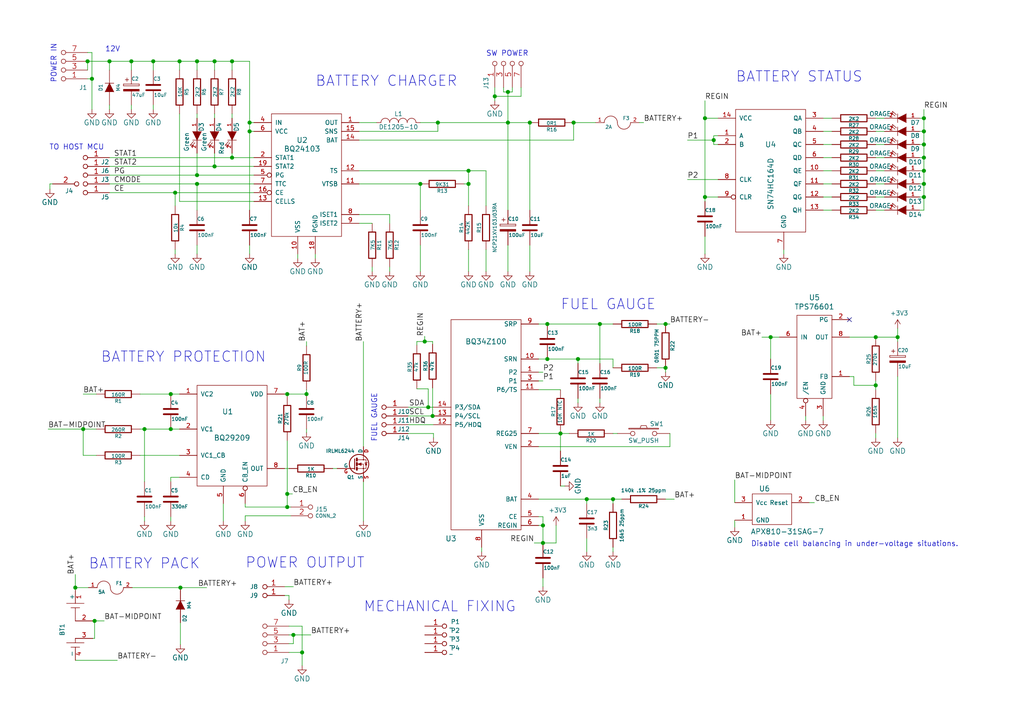
<source format=kicad_sch>
(kicad_sch (version 20210406) (generator eeschema)
  (paper "A4")
  (title_block (title "Li-ion battery managment") (date "2021-06-02") (rev "D") (company "jacho <jacho@mlab.cz>") (comment 1 "Battery power supply"))
  (junction (at 21.844 170.434) (diameter 1.016))
  (junction (at 24.13 124.46) (diameter 1.016))
  (junction (at 25.4 17.78) (diameter 1.016))
  (junction (at 26.67 22.86) (diameter 1.016))
  (junction (at 27.432 180.086) (diameter 1.016))
  (junction (at 31.75 17.78) (diameter 1.016))
  (junction (at 38.1 17.78) (diameter 1.016))
  (junction (at 41.91 124.46) (diameter 1.016))
  (junction (at 44.45 17.78) (diameter 1.016))
  (junction (at 49.53 114.3) (diameter 1.016))
  (junction (at 49.53 124.46) (diameter 1.016))
  (junction (at 50.8 55.88) (diameter 1.016))
  (junction (at 52.07 17.78) (diameter 1.016))
  (junction (at 52.324 170.434) (diameter 1.016))
  (junction (at 57.15 17.78) (diameter 1.016))
  (junction (at 57.15 50.8) (diameter 1.016))
  (junction (at 57.15 53.34) (diameter 1.016))
  (junction (at 62.23 17.78) (diameter 1.016))
  (junction (at 62.23 48.26) (diameter 1.016))
  (junction (at 67.31 17.78) (diameter 1.016))
  (junction (at 67.31 45.72) (diameter 1.016))
  (junction (at 72.39 35.56) (diameter 1.016))
  (junction (at 72.39 38.1) (diameter 1.016))
  (junction (at 83.312 114.3) (diameter 1.016))
  (junction (at 83.312 143.256) (diameter 1.016))
  (junction (at 83.312 147.066) (diameter 1.016))
  (junction (at 85.09 184.15) (diameter 1.016))
  (junction (at 87.63 189.23) (diameter 1.016))
  (junction (at 88.9 114.3) (diameter 1.016))
  (junction (at 121.92 53.34) (diameter 1.016))
  (junction (at 123.19 99.06) (diameter 1.016))
  (junction (at 124.206 118.11) (diameter 1.016))
  (junction (at 125.476 120.65) (diameter 1.016))
  (junction (at 127 35.56) (diameter 1.016))
  (junction (at 135.89 49.53) (diameter 1.016))
  (junction (at 135.89 53.34) (diameter 1.016))
  (junction (at 143.51 27.94) (diameter 1.016))
  (junction (at 147.32 26.67) (diameter 1.016))
  (junction (at 147.32 35.56) (diameter 1.016))
  (junction (at 153.67 35.56) (diameter 1.016))
  (junction (at 157.48 152.4) (diameter 1.016))
  (junction (at 157.48 157.48) (diameter 1.016))
  (junction (at 158.75 93.98) (diameter 1.016))
  (junction (at 158.75 104.14) (diameter 1.016))
  (junction (at 162.56 125.73) (diameter 1.016))
  (junction (at 166.37 35.56) (diameter 1.016))
  (junction (at 167.64 104.14) (diameter 1.016))
  (junction (at 170.18 144.78) (diameter 1.016))
  (junction (at 173.99 93.98) (diameter 1.016))
  (junction (at 177.8 144.78) (diameter 1.016))
  (junction (at 193.04 93.98) (diameter 1.016))
  (junction (at 193.04 106.68) (diameter 1.016))
  (junction (at 204.47 34.29) (diameter 1.016))
  (junction (at 204.47 57.15) (diameter 1.016))
  (junction (at 207.01 40.64) (diameter 1.016))
  (junction (at 223.52 97.79) (diameter 1.016))
  (junction (at 254 97.79) (diameter 1.016))
  (junction (at 254 111.76) (diameter 1.016))
  (junction (at 260.35 97.79) (diameter 1.016))
  (junction (at 267.97 34.29) (diameter 1.016))
  (junction (at 267.97 38.1) (diameter 1.016))
  (junction (at 267.97 41.91) (diameter 1.016))
  (junction (at 267.97 45.72) (diameter 1.016))
  (junction (at 267.97 49.53) (diameter 1.016))
  (junction (at 267.97 53.34) (diameter 1.016))
  (junction (at 267.97 57.15) (diameter 1.016))
  (no_connect (at 246.38 92.71))
  (wire (pts (xy 13.97 124.46) (xy 24.13 124.46)))
  (wire (pts (xy 14.478 53.34) (xy 14.478 54.864)))
  (wire (pts (xy 15.24 53.34) (xy 14.478 53.34)))
  (wire (pts (xy 21.844 166.624) (xy 21.844 170.434)))
  (wire (pts (xy 21.844 170.434) (xy 21.844 171.196)))
  (wire (pts (xy 21.844 191.516) (xy 34.036 191.516)))
  (wire (pts (xy 24.13 124.46) (xy 27.94 124.46)))
  (wire (pts (xy 24.13 132.08) (xy 24.13 124.46)))
  (wire (pts (xy 24.13 132.08) (xy 27.94 132.08)))
  (wire (pts (xy 25.4 17.78) (xy 31.75 17.78)))
  (wire (pts (xy 25.4 20.32) (xy 25.4 17.78)))
  (wire (pts (xy 25.4 22.86) (xy 26.67 22.86)))
  (wire (pts (xy 25.654 170.434) (xy 21.844 170.434)))
  (wire (pts (xy 26.67 15.24) (xy 25.4 15.24)))
  (wire (pts (xy 26.67 15.24) (xy 26.67 22.86)))
  (wire (pts (xy 26.67 22.86) (xy 26.67 31.75)))
  (wire (pts (xy 26.924 180.086) (xy 27.432 180.086)))
  (wire (pts (xy 26.924 185.166) (xy 27.432 185.166)))
  (wire (pts (xy 27.432 180.086) (xy 30.226 180.086)))
  (wire (pts (xy 27.432 185.166) (xy 27.432 180.086)))
  (wire (pts (xy 27.94 114.3) (xy 24.13 114.3)))
  (wire (pts (xy 31.75 17.78) (xy 38.1 17.78)))
  (wire (pts (xy 31.75 20.32) (xy 31.75 17.78)))
  (wire (pts (xy 31.75 31.75) (xy 31.75 30.48)))
  (wire (pts (xy 31.75 45.72) (xy 67.31 45.72)))
  (wire (pts (xy 31.75 48.26) (xy 62.23 48.26)))
  (wire (pts (xy 31.75 50.8) (xy 57.15 50.8)))
  (wire (pts (xy 31.75 53.34) (xy 57.15 53.34)))
  (wire (pts (xy 31.75 55.88) (xy 50.8 55.88)))
  (wire (pts (xy 38.1 17.78) (xy 44.45 17.78)))
  (wire (pts (xy 38.1 20.32) (xy 38.1 17.78)))
  (wire (pts (xy 38.1 31.75) (xy 38.1 30.48)))
  (wire (pts (xy 38.354 170.434) (xy 52.324 170.434)))
  (wire (pts (xy 40.64 114.3) (xy 49.53 114.3)))
  (wire (pts (xy 40.64 124.46) (xy 41.91 124.46)))
  (wire (pts (xy 40.64 132.08) (xy 52.07 132.08)))
  (wire (pts (xy 41.91 124.46) (xy 49.53 124.46)))
  (wire (pts (xy 41.91 139.7) (xy 41.91 124.46)))
  (wire (pts (xy 41.91 151.13) (xy 41.91 149.86)))
  (wire (pts (xy 44.45 17.78) (xy 52.07 17.78)))
  (wire (pts (xy 44.45 20.32) (xy 44.45 17.78)))
  (wire (pts (xy 44.45 31.75) (xy 44.45 30.48)))
  (wire (pts (xy 49.53 114.3) (xy 52.07 114.3)))
  (wire (pts (xy 49.53 124.46) (xy 52.07 124.46)))
  (wire (pts (xy 49.53 138.43) (xy 52.07 138.43)))
  (wire (pts (xy 49.53 139.7) (xy 49.53 138.43)))
  (wire (pts (xy 49.53 151.13) (xy 49.53 149.86)))
  (wire (pts (xy 50.8 55.88) (xy 73.66 55.88)))
  (wire (pts (xy 50.8 59.69) (xy 50.8 55.88)))
  (wire (pts (xy 50.8 72.39) (xy 50.8 73.66)))
  (wire (pts (xy 52.07 17.78) (xy 57.15 17.78)))
  (wire (pts (xy 52.07 20.32) (xy 52.07 17.78)))
  (wire (pts (xy 52.07 33.02) (xy 52.07 58.42)))
  (wire (pts (xy 52.07 58.42) (xy 73.66 58.42)))
  (wire (pts (xy 52.324 170.434) (xy 59.944 170.434)))
  (wire (pts (xy 52.324 186.944) (xy 52.324 180.594)))
  (wire (pts (xy 57.15 17.78) (xy 62.23 17.78)))
  (wire (pts (xy 57.15 20.32) (xy 57.15 17.78)))
  (wire (pts (xy 57.15 34.29) (xy 57.15 33.02)))
  (wire (pts (xy 57.15 50.8) (xy 57.15 44.45)))
  (wire (pts (xy 57.15 50.8) (xy 73.66 50.8)))
  (wire (pts (xy 57.15 53.34) (xy 57.15 60.96)))
  (wire (pts (xy 57.15 53.34) (xy 73.66 53.34)))
  (wire (pts (xy 57.15 73.66) (xy 57.15 71.12)))
  (wire (pts (xy 62.23 17.78) (xy 67.31 17.78)))
  (wire (pts (xy 62.23 20.32) (xy 62.23 17.78)))
  (wire (pts (xy 62.23 34.29) (xy 62.23 33.02)))
  (wire (pts (xy 62.23 48.26) (xy 62.23 44.45)))
  (wire (pts (xy 62.23 48.26) (xy 73.66 48.26)))
  (wire (pts (xy 64.77 151.13) (xy 64.77 146.05)))
  (wire (pts (xy 67.31 17.78) (xy 72.39 17.78)))
  (wire (pts (xy 67.31 20.32) (xy 67.31 17.78)))
  (wire (pts (xy 67.31 34.29) (xy 67.31 33.02)))
  (wire (pts (xy 67.31 45.72) (xy 67.31 44.45)))
  (wire (pts (xy 67.31 45.72) (xy 73.66 45.72)))
  (wire (pts (xy 71.12 147.066) (xy 71.12 146.05)))
  (wire (pts (xy 71.12 147.066) (xy 83.312 147.066)))
  (wire (pts (xy 71.12 149.606) (xy 84.328 149.606)))
  (wire (pts (xy 71.12 151.13) (xy 71.12 149.606)))
  (wire (pts (xy 72.39 17.78) (xy 72.39 35.56)))
  (wire (pts (xy 72.39 35.56) (xy 72.39 38.1)))
  (wire (pts (xy 72.39 38.1) (xy 73.66 38.1)))
  (wire (pts (xy 72.39 60.96) (xy 72.39 38.1)))
  (wire (pts (xy 72.39 73.66) (xy 72.39 71.12)))
  (wire (pts (xy 73.66 35.56) (xy 72.39 35.56)))
  (wire (pts (xy 82.55 114.3) (xy 83.312 114.3)))
  (wire (pts (xy 82.55 135.89) (xy 83.82 135.89)))
  (wire (pts (xy 82.55 170.18) (xy 85.09 170.18)))
  (wire (pts (xy 82.55 172.72) (xy 83.82 172.72)))
  (wire (pts (xy 83.312 114.3) (xy 88.9 114.3)))
  (wire (pts (xy 83.312 115.062) (xy 83.312 114.3)))
  (wire (pts (xy 83.312 143.256) (xy 83.312 127.762)))
  (wire (pts (xy 83.312 143.256) (xy 84.836 143.256)))
  (wire (pts (xy 83.312 147.066) (xy 83.312 143.256)))
  (wire (pts (xy 83.312 147.066) (xy 84.328 147.066)))
  (wire (pts (xy 83.82 172.72) (xy 83.82 173.99)))
  (wire (pts (xy 83.82 181.61) (xy 87.63 181.61)))
  (wire (pts (xy 83.82 184.15) (xy 85.09 184.15)))
  (wire (pts (xy 83.82 186.69) (xy 85.09 186.69)))
  (wire (pts (xy 83.82 189.23) (xy 87.63 189.23)))
  (wire (pts (xy 85.09 184.15) (xy 90.17 184.15)))
  (wire (pts (xy 85.09 186.69) (xy 85.09 184.15)))
  (wire (pts (xy 86.36 74.93) (xy 86.36 73.66)))
  (wire (pts (xy 87.63 181.61) (xy 87.63 189.23)))
  (wire (pts (xy 87.63 189.23) (xy 87.63 193.04)))
  (wire (pts (xy 88.9 100.33) (xy 88.9 99.06)))
  (wire (pts (xy 88.9 114.3) (xy 88.9 113.03)))
  (wire (pts (xy 88.9 125.476) (xy 88.9 124.46)))
  (wire (pts (xy 91.44 74.93) (xy 91.44 73.66)))
  (wire (pts (xy 96.52 135.89) (xy 97.79 135.89)))
  (wire (pts (xy 104.14 35.56) (xy 109.22 35.56)))
  (wire (pts (xy 104.14 38.1) (xy 127 38.1)))
  (wire (pts (xy 104.14 40.64) (xy 166.37 40.64)))
  (wire (pts (xy 104.14 49.53) (xy 135.89 49.53)))
  (wire (pts (xy 104.14 62.23) (xy 113.03 62.23)))
  (wire (pts (xy 104.14 64.77) (xy 107.95 64.77)))
  (wire (pts (xy 105.41 129.54) (xy 105.41 99.06)))
  (wire (pts (xy 105.41 151.13) (xy 105.41 139.7)))
  (wire (pts (xy 107.95 78.74) (xy 107.95 77.47)))
  (wire (pts (xy 113.03 62.23) (xy 113.03 64.77)))
  (wire (pts (xy 113.03 78.74) (xy 113.03 77.47)))
  (wire (pts (xy 118.364 118.11) (xy 124.206 118.11)))
  (wire (pts (xy 118.364 120.65) (xy 125.476 120.65)))
  (wire (pts (xy 118.364 123.19) (xy 125.73 123.19)))
  (wire (pts (xy 118.364 125.73) (xy 125.73 125.73)))
  (wire (pts (xy 120.904 99.06) (xy 120.904 100.076)))
  (wire (pts (xy 120.904 99.06) (xy 123.19 99.06)))
  (wire (pts (xy 120.904 112.776) (xy 124.206 112.776)))
  (wire (pts (xy 121.92 53.34) (xy 104.14 53.34)))
  (wire (pts (xy 121.92 60.96) (xy 121.92 53.34)))
  (wire (pts (xy 121.92 78.74) (xy 121.92 71.12)))
  (wire (pts (xy 123.19 97.536) (xy 123.19 99.06)))
  (wire (pts (xy 123.19 99.06) (xy 125.476 99.06)))
  (wire (pts (xy 124.206 112.776) (xy 124.206 118.11)))
  (wire (pts (xy 124.206 118.11) (xy 125.73 118.11)))
  (wire (pts (xy 125.476 99.06) (xy 125.476 99.822)))
  (wire (pts (xy 125.476 112.522) (xy 125.476 120.65)))
  (wire (pts (xy 125.476 120.65) (xy 125.73 120.65)))
  (wire (pts (xy 125.73 125.73) (xy 125.73 127)))
  (wire (pts (xy 127 35.56) (xy 121.92 35.56)))
  (wire (pts (xy 127 38.1) (xy 127 35.56)))
  (wire (pts (xy 134.62 53.34) (xy 135.89 53.34)))
  (wire (pts (xy 135.89 49.53) (xy 135.89 53.34)))
  (wire (pts (xy 135.89 49.53) (xy 140.97 49.53)))
  (wire (pts (xy 135.89 53.34) (xy 135.89 59.69)))
  (wire (pts (xy 135.89 78.74) (xy 135.89 72.39)))
  (wire (pts (xy 139.7 160.02) (xy 139.7 158.75)))
  (wire (pts (xy 140.97 49.53) (xy 140.97 59.69)))
  (wire (pts (xy 140.97 78.74) (xy 140.97 72.39)))
  (wire (pts (xy 143.51 25.4) (xy 143.51 27.94)))
  (wire (pts (xy 143.51 27.94) (xy 143.51 29.21)))
  (wire (pts (xy 146.05 25.4) (xy 146.05 26.67)))
  (wire (pts (xy 146.05 26.67) (xy 147.32 26.67)))
  (wire (pts (xy 147.32 26.67) (xy 147.32 35.56)))
  (wire (pts (xy 147.32 26.67) (xy 148.59 26.67)))
  (wire (pts (xy 147.32 35.56) (xy 127 35.56)))
  (wire (pts (xy 147.32 35.56) (xy 147.32 60.96)))
  (wire (pts (xy 147.32 71.12) (xy 147.32 78.74)))
  (wire (pts (xy 148.59 26.67) (xy 148.59 25.4)))
  (wire (pts (xy 151.13 25.4) (xy 151.13 27.94)))
  (wire (pts (xy 151.13 27.94) (xy 143.51 27.94)))
  (wire (pts (xy 153.67 35.56) (xy 147.32 35.56)))
  (wire (pts (xy 153.67 60.96) (xy 153.67 35.56)))
  (wire (pts (xy 153.67 78.74) (xy 153.67 71.12)))
  (wire (pts (xy 154.94 157.48) (xy 157.48 157.48)))
  (wire (pts (xy 156.21 93.98) (xy 158.75 93.98)))
  (wire (pts (xy 156.21 104.14) (xy 158.75 104.14)))
  (wire (pts (xy 156.21 107.95) (xy 157.48 107.95)))
  (wire (pts (xy 156.21 110.49) (xy 157.48 110.49)))
  (wire (pts (xy 156.21 113.03) (xy 162.56 113.03)))
  (wire (pts (xy 156.21 125.73) (xy 162.56 125.73)))
  (wire (pts (xy 156.21 129.54) (xy 194.31 129.54)))
  (wire (pts (xy 156.21 144.78) (xy 170.18 144.78)))
  (wire (pts (xy 156.21 149.86) (xy 157.48 149.86)))
  (wire (pts (xy 156.21 152.4) (xy 157.48 152.4)))
  (wire (pts (xy 157.48 149.86) (xy 157.48 152.4)))
  (wire (pts (xy 157.48 152.4) (xy 157.48 157.48)))
  (wire (pts (xy 157.48 157.48) (xy 161.29 157.48)))
  (wire (pts (xy 157.48 170.18) (xy 157.48 167.64)))
  (wire (pts (xy 158.75 93.98) (xy 173.99 93.98)))
  (wire (pts (xy 158.75 104.14) (xy 167.64 104.14)))
  (wire (pts (xy 161.29 157.48) (xy 161.29 152.4)))
  (wire (pts (xy 162.56 125.73) (xy 165.1 125.73)))
  (wire (pts (xy 162.56 130.81) (xy 162.56 125.73)))
  (wire (pts (xy 162.56 140.97) (xy 163.83 140.97)))
  (wire (pts (xy 166.37 35.56) (xy 172.72 35.56)))
  (wire (pts (xy 166.37 40.64) (xy 166.37 35.56)))
  (wire (pts (xy 167.64 104.14) (xy 177.8 104.14)))
  (wire (pts (xy 167.64 105.41) (xy 167.64 104.14)))
  (wire (pts (xy 167.64 115.57) (xy 167.64 116.84)))
  (wire (pts (xy 170.18 144.78) (xy 177.8 144.78)))
  (wire (pts (xy 170.18 146.05) (xy 170.18 144.78)))
  (wire (pts (xy 170.18 160.02) (xy 170.18 156.21)))
  (wire (pts (xy 173.99 93.98) (xy 177.8 93.98)))
  (wire (pts (xy 173.99 105.41) (xy 173.99 93.98)))
  (wire (pts (xy 173.99 116.84) (xy 173.99 115.57)))
  (wire (pts (xy 177.8 104.14) (xy 177.8 106.68)))
  (wire (pts (xy 177.8 125.73) (xy 179.07 125.73)))
  (wire (pts (xy 177.8 144.78) (xy 180.34 144.78)))
  (wire (pts (xy 177.8 146.05) (xy 177.8 144.78)))
  (wire (pts (xy 177.8 160.02) (xy 177.8 158.75)))
  (wire (pts (xy 186.69 35.56) (xy 185.42 35.56)))
  (wire (pts (xy 190.5 93.98) (xy 193.04 93.98)))
  (wire (pts (xy 190.5 106.68) (xy 193.04 106.68)))
  (wire (pts (xy 193.04 93.98) (xy 194.31 93.98)))
  (wire (pts (xy 193.04 106.68) (xy 193.04 107.95)))
  (wire (pts (xy 193.04 144.78) (xy 195.58 144.78)))
  (wire (pts (xy 194.31 129.54) (xy 194.31 125.73)))
  (wire (pts (xy 204.47 29.21) (xy 204.47 34.29)))
  (wire (pts (xy 204.47 34.29) (xy 204.47 57.15)))
  (wire (pts (xy 204.47 57.15) (xy 204.47 58.42)))
  (wire (pts (xy 204.47 68.58) (xy 204.47 73.66)))
  (wire (pts (xy 207.01 39.37) (xy 208.28 39.37)))
  (wire (pts (xy 207.01 40.64) (xy 199.39 40.64)))
  (wire (pts (xy 207.01 40.64) (xy 207.01 39.37)))
  (wire (pts (xy 207.01 41.91) (xy 207.01 40.64)))
  (wire (pts (xy 208.28 34.29) (xy 204.47 34.29)))
  (wire (pts (xy 208.28 41.91) (xy 207.01 41.91)))
  (wire (pts (xy 208.28 52.07) (xy 199.39 52.07)))
  (wire (pts (xy 208.28 57.15) (xy 204.47 57.15)))
  (wire (pts (xy 213.106 145.796) (xy 213.106 139.192)))
  (wire (pts (xy 213.106 150.876) (xy 213.106 152.908)))
  (wire (pts (xy 223.52 97.79) (xy 220.98 97.79)))
  (wire (pts (xy 223.52 104.14) (xy 223.52 97.79)))
  (wire (pts (xy 223.52 121.92) (xy 223.52 114.3)))
  (wire (pts (xy 226.06 97.79) (xy 223.52 97.79)))
  (wire (pts (xy 227.33 73.66) (xy 227.33 72.39)))
  (wire (pts (xy 233.68 121.92) (xy 233.68 120.65)))
  (wire (pts (xy 234.696 145.796) (xy 236.22 145.796)))
  (wire (pts (xy 238.76 34.29) (xy 241.3 34.29)))
  (wire (pts (xy 238.76 38.1) (xy 241.3 38.1)))
  (wire (pts (xy 238.76 41.91) (xy 241.3 41.91)))
  (wire (pts (xy 238.76 45.72) (xy 241.3 45.72)))
  (wire (pts (xy 238.76 49.53) (xy 241.3 49.53)))
  (wire (pts (xy 238.76 53.34) (xy 241.3 53.34)))
  (wire (pts (xy 238.76 57.15) (xy 241.3 57.15)))
  (wire (pts (xy 238.76 60.96) (xy 241.3 60.96)))
  (wire (pts (xy 238.76 121.92) (xy 238.76 120.65)))
  (wire (pts (xy 246.38 97.79) (xy 254 97.79)))
  (wire (pts (xy 246.38 109.22) (xy 247.65 109.22)))
  (wire (pts (xy 247.65 109.22) (xy 247.65 111.76)))
  (wire (pts (xy 247.65 111.76) (xy 254 111.76)))
  (wire (pts (xy 254 34.29) (xy 256.54 34.29)))
  (wire (pts (xy 254 38.1) (xy 256.54 38.1)))
  (wire (pts (xy 254 41.91) (xy 256.54 41.91)))
  (wire (pts (xy 254 45.72) (xy 256.54 45.72)))
  (wire (pts (xy 254 49.53) (xy 256.54 49.53)))
  (wire (pts (xy 254 53.34) (xy 256.54 53.34)))
  (wire (pts (xy 254 57.15) (xy 256.54 57.15)))
  (wire (pts (xy 254 60.96) (xy 256.54 60.96)))
  (wire (pts (xy 254 97.79) (xy 260.35 97.79)))
  (wire (pts (xy 254 110.49) (xy 254 111.76)))
  (wire (pts (xy 254 111.76) (xy 254 113.03)))
  (wire (pts (xy 254 127) (xy 254 125.73)))
  (wire (pts (xy 260.35 95.25) (xy 260.35 97.79)))
  (wire (pts (xy 260.35 97.79) (xy 260.35 99.06)))
  (wire (pts (xy 260.35 127) (xy 260.35 109.22)))
  (wire (pts (xy 266.7 34.29) (xy 267.97 34.29)))
  (wire (pts (xy 266.7 38.1) (xy 267.97 38.1)))
  (wire (pts (xy 266.7 41.91) (xy 267.97 41.91)))
  (wire (pts (xy 266.7 45.72) (xy 267.97 45.72)))
  (wire (pts (xy 266.7 49.53) (xy 267.97 49.53)))
  (wire (pts (xy 266.7 53.34) (xy 267.97 53.34)))
  (wire (pts (xy 266.7 57.15) (xy 267.97 57.15)))
  (wire (pts (xy 267.97 31.75) (xy 267.97 34.29)))
  (wire (pts (xy 267.97 34.29) (xy 267.97 38.1)))
  (wire (pts (xy 267.97 38.1) (xy 267.97 41.91)))
  (wire (pts (xy 267.97 41.91) (xy 267.97 45.72)))
  (wire (pts (xy 267.97 45.72) (xy 267.97 49.53)))
  (wire (pts (xy 267.97 49.53) (xy 267.97 53.34)))
  (wire (pts (xy 267.97 53.34) (xy 267.97 57.15)))
  (wire (pts (xy 267.97 57.15) (xy 267.97 60.96)))
  (wire (pts (xy 267.97 60.96) (xy 266.7 60.96)))
  (text "POWER IN" (at 16.51 24.13 90) (effects (font (size 1.524 1.524)) (justify left bottom)))
  (text "BATTERY PACK" (at 25.654 165.354 0) (effects (font (size 2.9972 2.9972)) (justify left bottom)))
  (text "BATTERY PROTECTION" (at 29.21 105.41 0) (effects (font (size 2.9972 2.9972)) (justify left bottom)))
  (text "TO HOST MCU" (at 30.226 43.688 180) (effects (font (size 1.524 1.524)) (justify right bottom)))
  (text "12V" (at 30.48 15.24 0) (effects (font (size 1.524 1.524)) (justify left bottom)))
  (text "POWER OUTPUT" (at 71.12 165.1 0) (effects (font (size 2.9972 2.9972)) (justify left bottom)))
  (text "BATTERY CHARGER" (at 91.44 25.4 0) (effects (font (size 2.9972 2.9972)) (justify left bottom)))
  (text "MECHANICAL FIXING" (at 105.41 177.8 0) (effects (font (size 2.9972 2.9972)) (justify left bottom)))
  (text "FUEL GAUGE" (at 109.474 128.27 90) (effects (font (size 1.524 1.524)) (justify left bottom)))
  (text "SW POWER" (at 140.97 16.51 0) (effects (font (size 1.524 1.524)) (justify left bottom)))
  (text "FUEL GAUGE" (at 162.56 90.17 0) (effects (font (size 2.9972 2.9972)) (justify left bottom)))
  (text "BATTERY STATUS" (at 213.36 24.13 0) (effects (font (size 2.9972 2.9972)) (justify left bottom)))
  (text "Disable cell balancing in under-voltage situations. " (at 217.805 158.75 0) (effects (font (size 1.524 1.524)) (justify left bottom)))
  (label "BAT-MIDPOINT" (at 13.97 124.46 0) (effects (font (size 1.524 1.524))))
  (label "BAT+" (at 21.844 166.624 90) (effects (font (size 1.524 1.524))))
  (label "BAT+" (at 24.13 114.3 0) (effects (font (size 1.524 1.524))))
  (label "BAT-MIDPOINT" (at 30.226 180.086 0) (effects (font (size 1.524 1.524))))
  (label "STAT1" (at 33.02 45.72 0) (effects (font (size 1.524 1.524))))
  (label "STAT2" (at 33.02 48.26 0) (effects (font (size 1.524 1.524))))
  (label "PG" (at 33.02 50.8 0) (effects (font (size 1.524 1.524))))
  (label "CMODE" (at 33.02 53.34 0) (effects (font (size 1.524 1.524))))
  (label "CE" (at 33.02 55.88 0) (effects (font (size 1.524 1.524))))
  (label "BATTERY-" (at 34.036 191.516 0) (effects (font (size 1.524 1.524))))
  (label "BATTERY+" (at 57.404 170.434 0) (effects (font (size 1.524 1.524))))
  (label "CB_EN" (at 84.836 143.256 0) (effects (font (size 1.524 1.524))))
  (label "BATTERY+" (at 85.09 170.18 0) (effects (font (size 1.524 1.524))))
  (label "BAT+" (at 88.9 99.06 90) (effects (font (size 1.524 1.524))))
  (label "BATTERY+" (at 90.17 184.15 0) (effects (font (size 1.524 1.524))))
  (label "BATTERY+" (at 105.41 99.06 90) (effects (font (size 1.524 1.524))))
  (label "SDA" (at 118.618 118.11 0) (effects (font (size 1.524 1.524))))
  (label "SCL" (at 118.618 120.65 0) (effects (font (size 1.524 1.524))))
  (label "HDQ" (at 118.618 123.19 0) (effects (font (size 1.524 1.524))))
  (label "REGIN" (at 123.19 97.536 90) (effects (font (size 1.524 1.524))))
  (label "REGIN" (at 154.94 157.48 180) (effects (font (size 1.524 1.524))))
  (label "P2" (at 157.48 107.95 0) (effects (font (size 1.524 1.524))))
  (label "P1" (at 157.48 110.49 0) (effects (font (size 1.524 1.524))))
  (label "BATTERY+" (at 186.69 35.56 0) (effects (font (size 1.524 1.524))))
  (label "BATTERY-" (at 194.31 93.98 0) (effects (font (size 1.524 1.524))))
  (label "BAT+" (at 195.58 144.78 0) (effects (font (size 1.524 1.524))))
  (label "P1" (at 199.39 40.64 0) (effects (font (size 1.524 1.524))))
  (label "P2" (at 199.39 52.07 0) (effects (font (size 1.524 1.524))))
  (label "REGIN" (at 204.47 29.21 0) (effects (font (size 1.524 1.524))))
  (label "BAT-MIDPOINT" (at 213.106 139.192 0) (effects (font (size 1.524 1.524))))
  (label "BAT+" (at 220.98 97.79 180) (effects (font (size 1.524 1.524))))
  (label "CB_EN" (at 236.22 145.796 0) (effects (font (size 1.524 1.524))))
  (label "REGIN" (at 267.97 31.75 0) (effects (font (size 1.524 1.524))))
  (symbol (lib_id "LION2CELL01D-rescue:+3.3V") (at 161.29 152.4 0) (unit 1)
    (property "Reference" "#PWR041" (effects hide))
    (property "Value" "+3.3V" (at 161.7472 147.9804 0))
  )
  (symbol (lib_id "LION2CELL01D-rescue:+3.3V") (at 260.35 95.25 0) (unit 1)
    (property "Reference" "#PWR044" (effects hide))
    (property "Value" "+3.3V" (at 260.8072 90.8304 0))
  )
  (symbol (lib_id "LION2CELL01D-rescue:GND") (at 14.478 54.864 0) (unit 1)
    (property "Reference" "#PWR046" (effects hide))
    (property "Value" "GND" (at 14.478 58.674 0) (effects (font (size 1.524 1.524))))
  )
  (symbol (lib_id "LION2CELL01D-rescue:GND") (at 26.67 31.75 0) (unit 1)
    (property "Reference" "#PWR04" (effects hide))
    (property "Value" "GND" (at 26.67 35.56 0) (effects (font (size 1.524 1.524))))
  )
  (symbol (lib_id "LION2CELL01D-rescue:GND") (at 31.75 31.75 0) (unit 1)
    (property "Reference" "#PWR01" (effects hide))
    (property "Value" "GND" (at 31.75 35.56 0) (effects (font (size 1.524 1.524))))
  )
  (symbol (lib_id "LION2CELL01D-rescue:GND") (at 38.1 31.75 0) (unit 1)
    (property "Reference" "#PWR02" (effects hide))
    (property "Value" "GND" (at 38.1 35.56 0) (effects (font (size 1.524 1.524))))
  )
  (symbol (lib_id "LION2CELL01D-rescue:GND") (at 41.91 151.13 0) (unit 1)
    (property "Reference" "#PWR021" (effects hide))
    (property "Value" "GND" (at 41.91 154.94 0) (effects (font (size 1.524 1.524))))
  )
  (symbol (lib_id "LION2CELL01D-rescue:GND") (at 44.45 31.75 0) (unit 1)
    (property "Reference" "#PWR03" (effects hide))
    (property "Value" "GND" (at 44.45 35.56 0) (effects (font (size 1.524 1.524))))
  )
  (symbol (lib_id "LION2CELL01D-rescue:GND") (at 49.53 151.13 0) (unit 1)
    (property "Reference" "#PWR020" (effects hide))
    (property "Value" "GND" (at 49.53 154.94 0) (effects (font (size 1.524 1.524))))
  )
  (symbol (lib_id "LION2CELL01D-rescue:GND") (at 50.8 73.66 0) (unit 1)
    (property "Reference" "#PWR06" (effects hide))
    (property "Value" "GND" (at 50.8 77.47 0) (effects (font (size 1.524 1.524))))
  )
  (symbol (lib_id "LION2CELL01D-rescue:GND") (at 52.324 186.944 0) (unit 1)
    (property "Reference" "#PWR016" (effects hide))
    (property "Value" "GND" (at 52.324 190.754 0) (effects (font (size 1.524 1.524))))
  )
  (symbol (lib_id "LION2CELL01D-rescue:GND") (at 57.15 73.66 0) (unit 1)
    (property "Reference" "#PWR05" (effects hide))
    (property "Value" "GND" (at 57.15 77.47 0) (effects (font (size 1.524 1.524))))
  )
  (symbol (lib_id "LION2CELL01D-rescue:GND") (at 64.77 151.13 0) (unit 1)
    (property "Reference" "#PWR017" (effects hide))
    (property "Value" "GND" (at 64.77 154.94 0) (effects (font (size 1.524 1.524))))
  )
  (symbol (lib_id "LION2CELL01D-rescue:GND") (at 71.12 151.13 0) (unit 1)
    (property "Reference" "#PWR018" (effects hide))
    (property "Value" "GND" (at 71.12 154.94 0) (effects (font (size 1.524 1.524))))
  )
  (symbol (lib_id "LION2CELL01D-rescue:GND") (at 72.39 73.66 0) (unit 1)
    (property "Reference" "#PWR07" (effects hide))
    (property "Value" "GND" (at 72.39 77.47 0) (effects (font (size 1.524 1.524))))
  )
  (symbol (lib_id "LION2CELL01D-rescue:GND") (at 83.82 173.99 0) (unit 1)
    (property "Reference" "#PWR033" (effects hide))
    (property "Value" "GND" (at 83.82 177.8 0) (effects (font (size 1.524 1.524))))
  )
  (symbol (lib_id "LION2CELL01D-rescue:GND") (at 86.36 74.93 0) (unit 1)
    (property "Reference" "#PWR035" (effects hide))
    (property "Value" "GND" (at 86.36 78.74 0) (effects (font (size 1.524 1.524))))
  )
  (symbol (lib_id "LION2CELL01D-rescue:GND") (at 87.63 193.04 0) (unit 1)
    (property "Reference" "#PWR032" (effects hide))
    (property "Value" "GND" (at 87.63 196.85 0) (effects (font (size 1.524 1.524))))
  )
  (symbol (lib_id "LION2CELL01D-rescue:GND") (at 88.9 125.476 0) (unit 1)
    (property "Reference" "#PWR019" (effects hide))
    (property "Value" "GND" (at 88.9 129.286 0) (effects (font (size 1.524 1.524))))
  )
  (symbol (lib_id "LION2CELL01D-rescue:GND") (at 91.44 74.93 0) (unit 1)
    (property "Reference" "#PWR036" (effects hide))
    (property "Value" "GND" (at 91.44 78.74 0) (effects (font (size 1.524 1.524))))
  )
  (symbol (lib_id "LION2CELL01D-rescue:GND") (at 105.41 151.13 0) (unit 1)
    (property "Reference" "#PWR022" (effects hide))
    (property "Value" "GND" (at 105.41 154.94 0) (effects (font (size 1.524 1.524))))
  )
  (symbol (lib_id "LION2CELL01D-rescue:GND") (at 107.95 78.74 0) (unit 1)
    (property "Reference" "#PWR08" (effects hide))
    (property "Value" "GND" (at 107.95 82.55 0) (effects (font (size 1.524 1.524))))
  )
  (symbol (lib_id "LION2CELL01D-rescue:GND") (at 113.03 78.74 0) (unit 1)
    (property "Reference" "#PWR09" (effects hide))
    (property "Value" "GND" (at 113.03 82.55 0) (effects (font (size 1.524 1.524))))
  )
  (symbol (lib_id "LION2CELL01D-rescue:GND") (at 121.92 78.74 0) (unit 1)
    (property "Reference" "#PWR010" (effects hide))
    (property "Value" "GND" (at 121.92 82.55 0) (effects (font (size 1.524 1.524))))
  )
  (symbol (lib_id "LION2CELL01D-rescue:GND") (at 125.73 127 0) (unit 1)
    (property "Reference" "#PWR037" (effects hide))
    (property "Value" "GND" (at 125.73 130.81 0) (effects (font (size 1.524 1.524))))
  )
  (symbol (lib_id "LION2CELL01D-rescue:GND") (at 135.89 78.74 0) (unit 1)
    (property "Reference" "#PWR011" (effects hide))
    (property "Value" "GND" (at 135.89 82.55 0) (effects (font (size 1.524 1.524))))
  )
  (symbol (lib_id "LION2CELL01D-rescue:GND") (at 139.7 160.02 0) (unit 1)
    (property "Reference" "#PWR034" (effects hide))
    (property "Value" "GND" (at 139.7 163.83 0) (effects (font (size 1.524 1.524))))
  )
  (symbol (lib_id "LION2CELL01D-rescue:GND") (at 140.97 78.74 0) (unit 1)
    (property "Reference" "#PWR012" (effects hide))
    (property "Value" "GND" (at 140.97 82.55 0) (effects (font (size 1.524 1.524))))
  )
  (symbol (lib_id "LION2CELL01D-rescue:GND") (at 143.51 29.21 0) (unit 1)
    (property "Reference" "#PWR015" (effects hide))
    (property "Value" "GND" (at 143.51 33.02 0) (effects (font (size 1.524 1.524))))
  )
  (symbol (lib_id "LION2CELL01D-rescue:GND") (at 147.32 78.74 0) (unit 1)
    (property "Reference" "#PWR013" (effects hide))
    (property "Value" "GND" (at 147.32 82.55 0) (effects (font (size 1.524 1.524))))
  )
  (symbol (lib_id "LION2CELL01D-rescue:GND") (at 153.67 78.74 0) (unit 1)
    (property "Reference" "#PWR014" (effects hide))
    (property "Value" "GND" (at 153.67 82.55 0) (effects (font (size 1.524 1.524))))
  )
  (symbol (lib_id "LION2CELL01D-rescue:GND") (at 157.48 170.18 0) (unit 1)
    (property "Reference" "#PWR031" (effects hide))
    (property "Value" "GND" (at 157.48 173.99 0) (effects (font (size 1.524 1.524))))
  )
  (symbol (lib_id "LION2CELL01D-rescue:GND") (at 163.83 140.97 90) (unit 1)
    (property "Reference" "#PWR028" (effects hide))
    (property "Value" "GND" (at 167.64 140.97 0) (effects (font (size 1.524 1.524))))
  )
  (symbol (lib_id "LION2CELL01D-rescue:GND") (at 167.64 116.84 0) (unit 1)
    (property "Reference" "#PWR026" (effects hide))
    (property "Value" "GND" (at 167.64 120.65 0) (effects (font (size 1.524 1.524))))
  )
  (symbol (lib_id "LION2CELL01D-rescue:GND") (at 170.18 160.02 0) (unit 1)
    (property "Reference" "#PWR029" (effects hide))
    (property "Value" "GND" (at 170.18 163.83 0) (effects (font (size 1.524 1.524))))
  )
  (symbol (lib_id "LION2CELL01D-rescue:GND") (at 173.99 116.84 0) (unit 1)
    (property "Reference" "#PWR027" (effects hide))
    (property "Value" "GND" (at 173.99 120.65 0) (effects (font (size 1.524 1.524))))
  )
  (symbol (lib_id "LION2CELL01D-rescue:GND") (at 177.8 160.02 0) (unit 1)
    (property "Reference" "#PWR030" (effects hide))
    (property "Value" "GND" (at 177.8 163.83 0) (effects (font (size 1.524 1.524))))
  )
  (symbol (lib_id "LION2CELL01D-rescue:GND") (at 193.04 107.95 0) (unit 1)
    (property "Reference" "#PWR023" (effects hide))
    (property "Value" "GND" (at 193.04 111.76 0) (effects (font (size 1.524 1.524))))
  )
  (symbol (lib_id "LION2CELL01D-rescue:GND") (at 204.47 73.66 0) (unit 1)
    (property "Reference" "#PWR025" (effects hide))
    (property "Value" "GND" (at 204.47 77.47 0) (effects (font (size 1.524 1.524))))
  )
  (symbol (lib_id "LION2CELL01D-rescue:GND") (at 213.106 152.908 0) (unit 1)
    (property "Reference" "#PWR045" (effects hide))
    (property "Value" "GND" (at 213.106 156.718 0) (effects (font (size 1.524 1.524))))
  )
  (symbol (lib_id "LION2CELL01D-rescue:GND") (at 223.52 121.92 0) (unit 1)
    (property "Reference" "#PWR038" (effects hide))
    (property "Value" "GND" (at 223.52 125.73 0) (effects (font (size 1.524 1.524))))
  )
  (symbol (lib_id "LION2CELL01D-rescue:GND") (at 227.33 73.66 0) (unit 1)
    (property "Reference" "#PWR024" (effects hide))
    (property "Value" "GND" (at 227.33 77.47 0) (effects (font (size 1.524 1.524))))
  )
  (symbol (lib_id "LION2CELL01D-rescue:GND") (at 233.68 121.92 0) (unit 1)
    (property "Reference" "#PWR039" (effects hide))
    (property "Value" "GND" (at 233.68 125.73 0) (effects (font (size 1.524 1.524))))
  )
  (symbol (lib_id "LION2CELL01D-rescue:GND") (at 238.76 121.92 0) (unit 1)
    (property "Reference" "#PWR040" (effects hide))
    (property "Value" "GND" (at 238.76 125.73 0) (effects (font (size 1.524 1.524))))
  )
  (symbol (lib_id "LION2CELL01D-rescue:GND") (at 254 127 0) (unit 1)
    (property "Reference" "#PWR042" (effects hide))
    (property "Value" "GND" (at 254 130.81 0) (effects (font (size 1.524 1.524))))
  )
  (symbol (lib_id "LION2CELL01D-rescue:GND") (at 260.35 127 0) (unit 1)
    (property "Reference" "#PWR043" (effects hide))
    (property "Value" "GND" (at 260.35 130.81 0) (effects (font (size 1.524 1.524))))
  )
  (symbol (lib_id "LION2CELL01D-rescue:CONN1_1") (at 74.93 168.91 180) (unit 1)
    (property "Reference" "J8" (at 73.66 170.18 0))
    (property "Value" "CONN1_1" (effects hide))
    (property "Footprint" "Mlab_Con:WAGO256" (effects hide))
  )
  (symbol (lib_id "LION2CELL01D-rescue:CONN1_1") (at 74.93 171.45 180) (unit 1)
    (property "Reference" "J9" (at 73.66 172.72 0))
    (property "Value" "CONN1_1" (effects hide))
    (property "Footprint" "Mlab_Con:WAGO256" (effects hide))
  )
  (symbol (lib_id "LION2CELL01D-rescue:_") (at 130.81 182.88 0) (unit 1)
    (property "Reference" "P1" (at 132.08 180.34 0))
    (property "Value" "_" (at 130.81 181.61 0) (effects (font (size 1.016 1.016))))
    (property "Footprint" "Mlab_Mechanical:MountingHole_3mm" (effects hide))
  )
  (symbol (lib_id "LION2CELL01D-rescue:_") (at 130.81 185.42 0) (unit 1)
    (property "Reference" "P2" (at 132.08 182.88 0))
    (property "Value" "_" (at 130.81 184.15 0) (effects (font (size 1.016 1.016))))
    (property "Footprint" "Mlab_Mechanical:MountingHole_3mm" (effects hide))
  )
  (symbol (lib_id "LION2CELL01D-rescue:_") (at 130.81 187.96 0) (unit 1)
    (property "Reference" "P3" (at 132.08 185.42 0))
    (property "Value" "_" (at 130.81 186.69 0) (effects (font (size 1.016 1.016))))
    (property "Footprint" "Mlab_Mechanical:MountingHole_3mm" (effects hide))
  )
  (symbol (lib_id "LION2CELL01D-rescue:_") (at 130.81 190.5 0) (unit 1)
    (property "Reference" "P4" (at 132.08 187.96 0))
    (property "Value" "_" (at 130.81 189.23 0) (effects (font (size 1.016 1.016))))
    (property "Footprint" "Mlab_Mechanical:MountingHole_3mm" (effects hide))
  )
  (symbol (lib_id "LION2CELL01D-rescue:JUMP_2x1") (at 21.59 41.91 180) (unit 1)
    (property "Reference" "J2" (at 30.48 46.99 0))
    (property "Value" "JUMP_2x1" (effects hide))
    (property "Footprint" "Mlab_Pin_Headers:Straight_1x02" (effects hide))
  )
  (symbol (lib_id "LION2CELL01D-rescue:JUMP_2x1") (at 21.59 44.45 180) (unit 1)
    (property "Reference" "J6" (at 30.48 49.53 0))
    (property "Value" "JUMP_2x1" (effects hide))
    (property "Footprint" "Mlab_Pin_Headers:Straight_1x02" (effects hide))
  )
  (symbol (lib_id "LION2CELL01D-rescue:JUMP_2x1") (at 21.59 46.99 180) (unit 1)
    (property "Reference" "J3" (at 30.48 52.07 0))
    (property "Value" "JUMP_2x1" (effects hide))
    (property "Footprint" "Mlab_Pin_Headers:Straight_1x02" (effects hide))
  )
  (symbol (lib_id "LION2CELL01D-rescue:JUMP_2x1") (at 21.59 52.07 180) (unit 1)
    (property "Reference" "J5" (at 30.48 57.15 0))
    (property "Value" "JUMP_2x1" (effects hide))
    (property "Footprint" "Mlab_Pin_Headers:Straight_1x02" (effects hide))
  )
  (symbol (lib_id "LION2CELL01D-rescue:JUMP_2x1") (at 108.204 114.3 180) (unit 1)
    (property "Reference" "J10" (at 117.094 119.38 0))
    (property "Value" "JUMP_2x1" (effects hide))
    (property "Footprint" "Mlab_Pin_Headers:Straight_1x02" (effects hide))
  )
  (symbol (lib_id "LION2CELL01D-rescue:JUMP_2x1") (at 108.204 116.84 180) (unit 1)
    (property "Reference" "J11" (at 117.094 121.92 0))
    (property "Value" "JUMP_2x1" (effects hide))
    (property "Footprint" "Mlab_Pin_Headers:Straight_1x02" (effects hide))
  )
  (symbol (lib_id "LION2CELL01D-rescue:JUMP_2x1") (at 108.204 119.38 180) (unit 1)
    (property "Reference" "J12" (at 117.094 124.46 0))
    (property "Value" "JUMP_2x1" (effects hide))
    (property "Footprint" "Mlab_Pin_Headers:Straight_1x02" (effects hide))
  )
  (symbol (lib_id "LION2CELL01D-rescue:JUMP_2x1") (at 108.204 121.92 180) (unit 1)
    (property "Reference" "J14" (at 117.094 127 0))
    (property "Value" "JUMP_2x1" (effects hide))
    (property "Footprint" "Mlab_Pin_Headers:Straight_1x02" (effects hide))
  )
  (symbol (lib_id "LION2CELL01D-rescue:INDUCTOR_SMALL") (at 115.57 35.56 0) (unit 1)
    (property "Reference" "L1" (at 115.57 33.02 0))
    (property "Value" "DE1205-10" (at 115.57 36.83 0))
    (property "Footprint" "Mlab_L:DE1205-10" (effects hide))
  )
  (symbol (lib_id "LION2CELL01D-rescue:JUMP2_2x1") (at 24.13 53.34 0) (unit 1)
    (property "Reference" "J4" (at 20.066 55.372 0))
    (property "Value" "JUMP2_2x1" (effects hide))
  )
  (symbol (lib_id "LION2CELL01D-rescue:CONN_2") (at 91.948 148.336 0) (unit 1)
    (property "Reference" "J15" (at 93.218 147.701 0))
    (property "Value" "CONN_2" (at 94.488 149.606 0) (effects (font (size 1.016 1.016))))
    (property "Footprint" "Mlab_Pin_Headers:SMD_1_2x2" (effects hide))
  )
  (symbol (lib_id "LION2CELL01D-rescue:DIODE") (at 31.75 25.4 90) (unit 1)
    (property "Reference" "D1" (at 29.21 25.4 0) (effects (font (size 1.016 1.016))))
    (property "Value" "M4" (at 34.29 25.4 0) (effects (font (size 1.016 1.016))))
    (property "Footprint" "Mlab_D:SMA_Standard" (effects hide))
  )
  (symbol (lib_id "LION2CELL01D-rescue:DIODE") (at 52.324 175.514 90) (unit 1)
    (property "Reference" "D2" (at 53.594 179.324 0) (effects (font (size 1.016 1.016))))
    (property "Value" "M4" (at 54.864 175.514 0) (effects (font (size 1.016 1.016))))
    (property "Footprint" "Mlab_D:SMA_Standard" (effects hide))
  )
  (symbol (lib_id "LION2CELL01D-rescue:R-RESCUE-LION2CELL01C") (at 34.29 114.3 270) (unit 1)
    (property "Reference" "R1" (at 34.29 116.332 90) (effects (font (size 1.016 1.016))))
    (property "Value" "160R" (at 34.3154 114.4778 90) (effects (font (size 1.016 1.016))))
    (property "Footprint" "Mlab_R:SMD-0805" (effects hide))
  )
  (symbol (lib_id "LION2CELL01D-rescue:R-RESCUE-LION2CELL01C") (at 34.29 124.46 270) (unit 1)
    (property "Reference" "R2" (at 34.29 126.492 90) (effects (font (size 1.016 1.016))))
    (property "Value" "260R" (at 34.3154 124.6378 90) (effects (font (size 1.016 1.016))))
    (property "Footprint" "Mlab_R:SMD-0805" (effects hide))
  )
  (symbol (lib_id "LION2CELL01D-rescue:R-RESCUE-LION2CELL01C") (at 34.29 132.08 270) (unit 1)
    (property "Reference" "R3" (at 34.29 134.112 90) (effects (font (size 1.016 1.016))))
    (property "Value" "100R" (at 34.3154 132.2578 90) (effects (font (size 1.016 1.016))))
    (property "Footprint" "Mlab_R:SMD-0805" (effects hide))
  )
  (symbol (lib_id "LION2CELL01D-rescue:R-RESCUE-LION2CELL01C") (at 50.8 66.04 0) (unit 1)
    (property "Reference" "R4" (at 52.832 66.04 90) (effects (font (size 1.016 1.016))))
    (property "Value" "10k" (at 50.9778 66.0146 90) (effects (font (size 1.016 1.016))))
    (property "Footprint" "Mlab_R:SMD-0805" (effects hide))
  )
  (symbol (lib_id "LION2CELL01D-rescue:R-RESCUE-LION2CELL01C") (at 52.07 26.67 0) (unit 1)
    (property "Reference" "R5" (at 54.102 26.67 90) (effects (font (size 1.016 1.016))))
    (property "Value" "10K" (at 52.2478 26.6446 90) (effects (font (size 1.016 1.016))))
    (property "Footprint" "Mlab_R:SMD-0805" (effects hide))
  )
  (symbol (lib_id "LION2CELL01D-rescue:R-RESCUE-LION2CELL01C") (at 57.15 26.67 0) (unit 1)
    (property "Reference" "R6" (at 59.182 26.67 90) (effects (font (size 1.016 1.016))))
    (property "Value" "2K2" (at 57.3278 26.6446 90) (effects (font (size 1.016 1.016))))
    (property "Footprint" "Mlab_R:SMD-0805" (effects hide))
  )
  (symbol (lib_id "LION2CELL01D-rescue:R-RESCUE-LION2CELL01C") (at 62.23 26.67 0) (unit 1)
    (property "Reference" "R7" (at 64.262 26.67 90) (effects (font (size 1.016 1.016))))
    (property "Value" "2K2" (at 62.4078 26.6446 90) (effects (font (size 1.016 1.016))))
    (property "Footprint" "Mlab_R:SMD-0805" (effects hide))
  )
  (symbol (lib_id "LION2CELL01D-rescue:R-RESCUE-LION2CELL01C") (at 67.31 26.67 0) (unit 1)
    (property "Reference" "R8" (at 69.342 26.67 90) (effects (font (size 1.016 1.016))))
    (property "Value" "2K2" (at 67.4878 26.6446 90) (effects (font (size 1.016 1.016))))
    (property "Footprint" "Mlab_R:SMD-0805" (effects hide))
  )
  (symbol (lib_id "LION2CELL01D-rescue:R-RESCUE-LION2CELL01C") (at 83.312 121.412 180) (unit 1)
    (property "Reference" "R21" (at 81.28 121.412 90) (effects (font (size 1.016 1.016))))
    (property "Value" "270k" (at 83.1342 121.4374 90) (effects (font (size 1.016 1.016))))
    (property "Footprint" "Mlab_R:SMD-0805" (effects hide))
  )
  (symbol (lib_id "LION2CELL01D-rescue:R-RESCUE-LION2CELL01C") (at 88.9 106.68 180) (unit 1)
    (property "Reference" "R9" (at 86.868 106.68 90) (effects (font (size 1.016 1.016))))
    (property "Value" "100R" (at 88.7222 106.7054 90) (effects (font (size 1.016 1.016))))
    (property "Footprint" "Mlab_R:SMD-0805" (effects hide))
  )
  (symbol (lib_id "LION2CELL01D-rescue:R-RESCUE-LION2CELL01C") (at 90.17 135.89 270) (unit 1)
    (property "Reference" "R10" (at 90.17 137.922 90) (effects (font (size 1.016 1.016))))
    (property "Value" "1K" (at 90.1954 136.0678 90) (effects (font (size 1.016 1.016))))
    (property "Footprint" "Mlab_R:SMD-0805" (effects hide))
  )
  (symbol (lib_id "LION2CELL01D-rescue:R-RESCUE-LION2CELL01C") (at 107.95 71.12 0) (unit 1)
    (property "Reference" "R11" (at 109.982 71.12 90) (effects (font (size 1.016 1.016))))
    (property "Value" "7K5" (at 108.1278 71.0946 90) (effects (font (size 1.016 1.016))))
    (property "Footprint" "Mlab_R:SMD-0805" (effects hide))
  )
  (symbol (lib_id "LION2CELL01D-rescue:R-RESCUE-LION2CELL01C") (at 113.03 71.12 0) (unit 1)
    (property "Reference" "R12" (at 115.062 71.12 90) (effects (font (size 1.016 1.016))))
    (property "Value" "7K5" (at 113.2078 71.0946 90) (effects (font (size 1.016 1.016))))
    (property "Footprint" "Mlab_R:SMD-0805" (effects hide))
  )
  (symbol (lib_id "LION2CELL01D-rescue:R-RESCUE-LION2CELL01C") (at 120.904 106.426 180) (unit 1)
    (property "Reference" "R35" (at 118.872 106.426 90) (effects (font (size 1.016 1.016))))
    (property "Value" "47k" (at 120.7262 106.4514 90) (effects (font (size 1.016 1.016))))
    (property "Footprint" "Mlab_R:SMD-0805" (effects hide))
  )
  (symbol (lib_id "LION2CELL01D-rescue:R-RESCUE-LION2CELL01C") (at 125.476 106.172 180) (unit 1)
    (property "Reference" "R36" (at 123.444 106.172 90) (effects (font (size 1.016 1.016))))
    (property "Value" "47k" (at 125.2982 106.1974 90) (effects (font (size 1.016 1.016))))
    (property "Footprint" "Mlab_R:SMD-0805" (effects hide))
  )
  (symbol (lib_id "LION2CELL01D-rescue:R-RESCUE-LION2CELL01C") (at 128.27 53.34 270) (unit 1)
    (property "Reference" "R13" (at 128.27 55.372 90) (effects (font (size 1.016 1.016))))
    (property "Value" "9K31" (at 128.2954 53.5178 90) (effects (font (size 1.016 1.016))))
    (property "Footprint" "Mlab_R:SMD-0805" (effects hide))
  )
  (symbol (lib_id "LION2CELL01D-rescue:R-RESCUE-LION2CELL01C") (at 135.89 66.04 180) (unit 1)
    (property "Reference" "R14" (at 133.858 66.04 90) (effects (font (size 1.016 1.016))))
    (property "Value" "442K" (at 135.7122 66.0654 90) (effects (font (size 1.016 1.016))))
    (property "Footprint" "Mlab_R:SMD-0805" (effects hide))
  )
  (symbol (lib_id "LION2CELL01D-rescue:R-RESCUE-LION2CELL01C") (at 140.97 66.04 180) (unit 1)
    (property "Reference" "R15" (at 138.938 66.04 90) (effects (font (size 1.016 1.016))))
    (property "Value" "NCP21XV103J03RA" (at 143.51 66.04 90) (effects (font (size 1.016 1.016))))
    (property "Footprint" "Mlab_R:SMD-0805" (effects hide))
  )
  (symbol (lib_id "LION2CELL01D-rescue:R-RESCUE-LION2CELL01C") (at 160.02 35.56 270) (unit 1)
    (property "Reference" "R16" (at 160.02 37.592 90) (effects (font (size 1.016 1.016))))
    (property "Value" "0R1" (at 160.0454 35.7378 90) (effects (font (size 1.016 1.016))))
    (property "Footprint" "Resistors_SMD:R_2512" (effects hide))
  )
  (symbol (lib_id "LION2CELL01D-rescue:R-RESCUE-LION2CELL01C") (at 162.56 119.38 180) (unit 1)
    (property "Reference" "R17" (at 160.528 119.38 90) (effects (font (size 1.016 1.016))))
    (property "Value" "10K NTC" (at 162.3822 119.4054 90) (effects (font (size 1.016 1.016))))
    (property "Footprint" "Mlab_R:SMD-0805" (effects hide))
  )
  (symbol (lib_id "LION2CELL01D-rescue:R-RESCUE-LION2CELL01C") (at 171.45 125.73 270) (unit 1)
    (property "Reference" "R20" (at 171.45 127.762 90) (effects (font (size 1.016 1.016))))
    (property "Value" "1K" (at 171.4754 125.9078 90) (effects (font (size 1.016 1.016))))
    (property "Footprint" "Mlab_R:SMD-0805" (effects hide))
  )
  (symbol (lib_id "LION2CELL01D-rescue:R-RESCUE-LION2CELL01C") (at 177.8 152.4 180) (unit 1)
    (property "Reference" "R23" (at 175.768 152.4 90) (effects (font (size 1.016 1.016))))
    (property "Value" "16k5 25ppm" (at 180.34 152.4 90) (effects (font (size 1.016 1.016))))
    (property "Footprint" "Mlab_R:SMD-0805" (effects hide))
  )
  (symbol (lib_id "LION2CELL01D-rescue:R-RESCUE-LION2CELL01C") (at 184.15 93.98 270) (unit 1)
    (property "Reference" "R18" (at 184.15 96.012 90) (effects (font (size 1.016 1.016))))
    (property "Value" "100R" (at 184.1754 94.1578 90) (effects (font (size 1.016 1.016))))
    (property "Footprint" "Mlab_R:SMD-0805" (effects hide))
  )
  (symbol (lib_id "LION2CELL01D-rescue:R-RESCUE-LION2CELL01C") (at 184.15 106.68 270) (unit 1)
    (property "Reference" "R19" (at 184.15 108.712 90) (effects (font (size 1.016 1.016))))
    (property "Value" "100R" (at 184.1754 106.8578 90) (effects (font (size 1.016 1.016))))
    (property "Footprint" "Mlab_R:SMD-0805" (effects hide))
  )
  (symbol (lib_id "LION2CELL01D-rescue:R-RESCUE-LION2CELL01C") (at 186.69 144.78 270) (unit 1)
    (property "Reference" "R24" (at 186.69 146.812 90) (effects (font (size 1.016 1.016))))
    (property "Value" "140k .1% 25ppm" (at 186.69 142.24 90) (effects (font (size 1.016 1.016))))
    (property "Footprint" "Mlab_R:SMD-0805" (effects hide))
  )
  (symbol (lib_id "LION2CELL01D-rescue:R-RESCUE-LION2CELL01C") (at 193.04 100.33 0) (unit 1)
    (property "Reference" "R22" (at 195.072 100.33 90) (effects (font (size 1.016 1.016))))
    (property "Value" "0R01 75PPM" (at 190.5 100.33 90) (effects (font (size 1.016 1.016))))
    (property "Footprint" "Mlab_R:SMD-2512" (effects hide))
  )
  (symbol (lib_id "LION2CELL01D-rescue:R-RESCUE-LION2CELL01C") (at 247.65 34.29 270) (unit 1)
    (property "Reference" "R27" (at 247.65 36.322 90) (effects (font (size 1.016 1.016))))
    (property "Value" "2K2" (at 247.6754 34.4678 90) (effects (font (size 1.016 1.016))))
    (property "Footprint" "Mlab_R:SMD-0805" (effects hide))
  )
  (symbol (lib_id "LION2CELL01D-rescue:R-RESCUE-LION2CELL01C") (at 247.65 38.1 270) (unit 1)
    (property "Reference" "R28" (at 247.65 40.132 90) (effects (font (size 1.016 1.016))))
    (property "Value" "2K2" (at 247.6754 38.2778 90) (effects (font (size 1.016 1.016))))
    (property "Footprint" "Mlab_R:SMD-0805" (effects hide))
  )
  (symbol (lib_id "LION2CELL01D-rescue:R-RESCUE-LION2CELL01C") (at 247.65 41.91 270) (unit 1)
    (property "Reference" "R29" (at 247.65 43.942 90) (effects (font (size 1.016 1.016))))
    (property "Value" "2K2" (at 247.6754 42.0878 90) (effects (font (size 1.016 1.016))))
    (property "Footprint" "Mlab_R:SMD-0805" (effects hide))
  )
  (symbol (lib_id "LION2CELL01D-rescue:R-RESCUE-LION2CELL01C") (at 247.65 45.72 270) (unit 1)
    (property "Reference" "R30" (at 247.65 47.752 90) (effects (font (size 1.016 1.016))))
    (property "Value" "2K2" (at 247.6754 45.8978 90) (effects (font (size 1.016 1.016))))
    (property "Footprint" "Mlab_R:SMD-0805" (effects hide))
  )
  (symbol (lib_id "LION2CELL01D-rescue:R-RESCUE-LION2CELL01C") (at 247.65 49.53 270) (unit 1)
    (property "Reference" "R31" (at 247.65 51.562 90) (effects (font (size 1.016 1.016))))
    (property "Value" "2K2" (at 247.6754 49.7078 90) (effects (font (size 1.016 1.016))))
    (property "Footprint" "Mlab_R:SMD-0805" (effects hide))
  )
  (symbol (lib_id "LION2CELL01D-rescue:R-RESCUE-LION2CELL01C") (at 247.65 53.34 270) (unit 1)
    (property "Reference" "R32" (at 247.65 55.372 90) (effects (font (size 1.016 1.016))))
    (property "Value" "2K2" (at 247.6754 53.5178 90) (effects (font (size 1.016 1.016))))
    (property "Footprint" "Mlab_R:SMD-0805" (effects hide))
  )
  (symbol (lib_id "LION2CELL01D-rescue:R-RESCUE-LION2CELL01C") (at 247.65 57.15 270) (unit 1)
    (property "Reference" "R33" (at 247.65 59.182 90) (effects (font (size 1.016 1.016))))
    (property "Value" "2K2" (at 247.6754 57.3278 90) (effects (font (size 1.016 1.016))))
    (property "Footprint" "Mlab_R:SMD-0805" (effects hide))
  )
  (symbol (lib_id "LION2CELL01D-rescue:R-RESCUE-LION2CELL01C") (at 247.65 60.96 270) (unit 1)
    (property "Reference" "R34" (at 247.65 62.992 90) (effects (font (size 1.016 1.016))))
    (property "Value" "2K2" (at 247.6754 61.1378 90) (effects (font (size 1.016 1.016))))
    (property "Footprint" "Mlab_R:SMD-0805" (effects hide))
  )
  (symbol (lib_id "LION2CELL01D-rescue:R-RESCUE-LION2CELL01C") (at 254 104.14 180) (unit 1)
    (property "Reference" "R25" (at 251.968 104.14 90) (effects (font (size 1.016 1.016))))
    (property "Value" "270k" (at 253.8222 104.1654 90) (effects (font (size 1.016 1.016))))
    (property "Footprint" "Mlab_R:SMD-0805" (effects hide))
  )
  (symbol (lib_id "LION2CELL01D-rescue:R-RESCUE-LION2CELL01C") (at 254 119.38 180) (unit 1)
    (property "Reference" "R26" (at 251.968 119.38 90) (effects (font (size 1.016 1.016))))
    (property "Value" "165k" (at 253.8222 119.4054 90) (effects (font (size 1.016 1.016))))
    (property "Footprint" "Mlab_R:SMD-0805" (effects hide))
  )
  (symbol (lib_id "LION2CELL01D-rescue:LED-RESCUE-LION2CELL01C") (at 57.15 39.37 270) (unit 1)
    (property "Reference" "D3" (at 58.42 36.83 0))
    (property "Value" "Green" (at 54.102 41.148 0))
    (property "Footprint" "Mlab_D:LED_1206" (effects hide))
  )
  (symbol (lib_id "LION2CELL01D-rescue:LED-RESCUE-LION2CELL01C") (at 62.23 39.37 270) (unit 1)
    (property "Reference" "D4" (at 63.5 36.83 0))
    (property "Value" "Green" (at 59.182 41.148 0))
    (property "Footprint" "Mlab_D:LED_1206" (effects hide))
  )
  (symbol (lib_id "LION2CELL01D-rescue:LED-RESCUE-LION2CELL01C") (at 67.31 39.37 270) (unit 1)
    (property "Reference" "D5" (at 68.58 36.83 0))
    (property "Value" "Red" (at 64.262 42.926 0))
    (property "Footprint" "Mlab_D:LED_1206" (effects hide))
  )
  (symbol (lib_id "LION2CELL01D-rescue:LED-RESCUE-LION2CELL01C") (at 261.62 34.29 180) (unit 1)
    (property "Reference" "D7" (at 265.43 35.56 0))
    (property "Value" "ORAGE" (at 255.27 33.02 0))
    (property "Footprint" "Mlab_D:LED_1206" (effects hide))
  )
  (symbol (lib_id "LION2CELL01D-rescue:LED-RESCUE-LION2CELL01C") (at 261.62 38.1 180) (unit 1)
    (property "Reference" "D8" (at 265.43 39.37 0))
    (property "Value" "ORAGE" (at 255.27 36.83 0))
    (property "Footprint" "Mlab_D:LED_1206" (effects hide))
  )
  (symbol (lib_id "LION2CELL01D-rescue:LED-RESCUE-LION2CELL01C") (at 261.62 41.91 180) (unit 1)
    (property "Reference" "D9" (at 265.43 43.18 0))
    (property "Value" "ORAGE" (at 255.27 40.64 0))
    (property "Footprint" "Mlab_D:LED_1206" (effects hide))
  )
  (symbol (lib_id "LION2CELL01D-rescue:LED-RESCUE-LION2CELL01C") (at 261.62 45.72 180) (unit 1)
    (property "Reference" "D10" (at 265.43 46.99 0))
    (property "Value" "ORAGE" (at 255.27 44.45 0))
    (property "Footprint" "Mlab_D:LED_1206" (effects hide))
  )
  (symbol (lib_id "LION2CELL01D-rescue:LED-RESCUE-LION2CELL01C") (at 261.62 49.53 180) (unit 1)
    (property "Reference" "D11" (at 265.43 50.8 0))
    (property "Value" "ORAGE" (at 255.27 48.26 0))
    (property "Footprint" "Mlab_D:LED_1206" (effects hide))
  )
  (symbol (lib_id "LION2CELL01D-rescue:LED-RESCUE-LION2CELL01C") (at 261.62 53.34 180) (unit 1)
    (property "Reference" "D12" (at 265.43 54.61 0))
    (property "Value" "ORAGE" (at 255.27 52.07 0))
    (property "Footprint" "Mlab_D:LED_1206" (effects hide))
  )
  (symbol (lib_id "LION2CELL01D-rescue:LED-RESCUE-LION2CELL01C") (at 261.62 57.15 180) (unit 1)
    (property "Reference" "D13" (at 265.43 58.42 0))
    (property "Value" "ORAGE" (at 255.27 55.88 0))
    (property "Footprint" "Mlab_D:LED_1206" (effects hide))
  )
  (symbol (lib_id "LION2CELL01D-rescue:LED-RESCUE-LION2CELL01C") (at 261.62 60.96 180) (unit 1)
    (property "Reference" "D14" (at 265.43 62.23 0))
    (property "Value" "ORAGE" (at 255.27 59.69 0))
    (property "Footprint" "Mlab_D:LED_1206" (effects hide))
  )
  (symbol (lib_id "LION2CELL01D-rescue:SW_PUSH") (at 186.69 125.73 0) (unit 1)
    (property "Reference" "SW1" (at 190.5 122.936 0))
    (property "Value" "SW_PUSH" (at 186.69 127.762 0))
    (property "Footprint" "Mlab_SW:SW_PUSH_SMALL" (effects hide))
  )
  (symbol (lib_id "LION2CELL01D-rescue:CP2") (at 38.1 25.4 0) (unit 1)
    (property "Reference" "C2" (at 38.1 22.86 0) (effects (font (size 1.016 1.016)) (justify left)))
    (property "Value" "47uF" (at 38.2524 27.559 0) (effects (font (size 1.016 1.016)) (justify left)))
    (property "Footprint" "Mlab_C:TantalC_SizeC_Reflow" (effects hide))
  )
  (symbol (lib_id "LION2CELL01D-rescue:C-RESCUE-LION2CELL01C") (at 41.91 144.78 0) (unit 1)
    (property "Reference" "C1" (at 41.91 142.24 0) (effects (font (size 1.016 1.016)) (justify left)))
    (property "Value" "100nF" (at 42.0624 146.939 0) (effects (font (size 1.016 1.016)) (justify left)))
    (property "Footprint" "Mlab_R:SMD-0805" (effects hide))
  )
  (symbol (lib_id "LION2CELL01D-rescue:C-RESCUE-LION2CELL01C") (at 44.45 25.4 0) (unit 1)
    (property "Reference" "C3" (at 44.45 22.86 0) (effects (font (size 1.016 1.016)) (justify left)))
    (property "Value" "10uF" (at 44.6024 27.559 0) (effects (font (size 1.016 1.016)) (justify left)))
    (property "Footprint" "Mlab_R:SMD-0805" (effects hide))
  )
  (symbol (lib_id "LION2CELL01D-rescue:C-RESCUE-LION2CELL01C") (at 49.53 119.38 0) (unit 1)
    (property "Reference" "C4" (at 49.53 116.84 0) (effects (font (size 1.016 1.016)) (justify left)))
    (property "Value" "100nF" (at 49.6824 121.539 0) (effects (font (size 1.016 1.016)) (justify left)))
    (property "Footprint" "Mlab_R:SMD-0805" (effects hide))
  )
  (symbol (lib_id "LION2CELL01D-rescue:C-RESCUE-LION2CELL01C") (at 49.53 144.78 0) (unit 1)
    (property "Reference" "C5" (at 49.53 142.24 0) (effects (font (size 1.016 1.016)) (justify left)))
    (property "Value" "330nF" (at 49.6824 146.939 0) (effects (font (size 1.016 1.016)) (justify left)))
    (property "Footprint" "Mlab_R:SMD-0805" (effects hide))
  )
  (symbol (lib_id "LION2CELL01D-rescue:C-RESCUE-LION2CELL01C") (at 57.15 66.04 0) (unit 1)
    (property "Reference" "C6" (at 57.15 63.5 0) (effects (font (size 1.016 1.016)) (justify left)))
    (property "Value" "100nF" (at 57.3024 68.199 0) (effects (font (size 1.016 1.016)) (justify left)))
    (property "Footprint" "Mlab_R:SMD-0805" (effects hide))
  )
  (symbol (lib_id "LION2CELL01D-rescue:C-RESCUE-LION2CELL01C") (at 72.39 66.04 0) (unit 1)
    (property "Reference" "C7" (at 72.39 63.5 0) (effects (font (size 1.016 1.016)) (justify left)))
    (property "Value" "100nF" (at 72.5424 68.199 0) (effects (font (size 1.016 1.016)) (justify left)))
    (property "Footprint" "Mlab_R:SMD-0805" (effects hide))
  )
  (symbol (lib_id "LION2CELL01D-rescue:C-RESCUE-LION2CELL01C") (at 88.9 119.38 0) (unit 1)
    (property "Reference" "C8" (at 88.9 116.84 0) (effects (font (size 1.016 1.016)) (justify left)))
    (property "Value" "100nF" (at 89.0524 121.539 0) (effects (font (size 1.016 1.016)) (justify left)))
    (property "Footprint" "Mlab_R:SMD-0805" (effects hide))
  )
  (symbol (lib_id "LION2CELL01D-rescue:C-RESCUE-LION2CELL01C") (at 121.92 66.04 0) (unit 1)
    (property "Reference" "C9" (at 121.92 63.5 0) (effects (font (size 1.016 1.016)) (justify left)))
    (property "Value" "100nF" (at 122.0724 68.199 0) (effects (font (size 1.016 1.016)) (justify left)))
    (property "Footprint" "Mlab_R:SMD-0805" (effects hide))
  )
  (symbol (lib_id "LION2CELL01D-rescue:CP2") (at 147.32 66.04 0) (unit 1)
    (property "Reference" "C10" (at 147.32 63.5 0) (effects (font (size 1.016 1.016)) (justify left)))
    (property "Value" "100uF" (at 147.4724 68.199 0) (effects (font (size 1.016 1.016)) (justify left)))
    (property "Footprint" "Mlab_C:TantalC_SizeD_Reflow" (effects hide))
  )
  (symbol (lib_id "LION2CELL01D-rescue:C-RESCUE-LION2CELL01C") (at 153.67 66.04 0) (unit 1)
    (property "Reference" "C11" (at 153.67 63.5 0) (effects (font (size 1.016 1.016)) (justify left)))
    (property "Value" "10uF" (at 153.8224 68.199 0) (effects (font (size 1.016 1.016)) (justify left)))
    (property "Footprint" "Mlab_R:SMD-0805" (effects hide))
  )
  (symbol (lib_id "LION2CELL01D-rescue:C-RESCUE-LION2CELL01C") (at 157.48 162.56 0) (unit 1)
    (property "Reference" "C12" (at 157.48 160.02 0) (effects (font (size 1.016 1.016)) (justify left)))
    (property "Value" "100nF" (at 157.6324 164.719 0) (effects (font (size 1.016 1.016)) (justify left)))
    (property "Footprint" "Mlab_R:SMD-0805" (effects hide))
  )
  (symbol (lib_id "LION2CELL01D-rescue:C-RESCUE-LION2CELL01C") (at 158.75 99.06 0) (unit 1)
    (property "Reference" "C13" (at 158.75 96.52 0) (effects (font (size 1.016 1.016)) (justify left)))
    (property "Value" "100nF" (at 158.9024 101.219 0) (effects (font (size 1.016 1.016)) (justify left)))
    (property "Footprint" "Mlab_R:SMD-0805" (effects hide))
  )
  (symbol (lib_id "LION2CELL01D-rescue:C-RESCUE-LION2CELL01C") (at 162.56 135.89 0) (unit 1)
    (property "Reference" "C14" (at 162.56 133.35 0) (effects (font (size 1.016 1.016)) (justify left)))
    (property "Value" "1uF" (at 162.7124 138.049 0) (effects (font (size 1.016 1.016)) (justify left)))
    (property "Footprint" "Mlab_R:SMD-0805" (effects hide))
  )
  (symbol (lib_id "LION2CELL01D-rescue:C-RESCUE-LION2CELL01C") (at 167.64 110.49 0) (unit 1)
    (property "Reference" "C15" (at 167.64 107.95 0) (effects (font (size 1.016 1.016)) (justify left)))
    (property "Value" "100nF" (at 167.7924 112.649 0) (effects (font (size 1.016 1.016)) (justify left)))
    (property "Footprint" "Mlab_R:SMD-0805" (effects hide))
  )
  (symbol (lib_id "LION2CELL01D-rescue:C-RESCUE-LION2CELL01C") (at 170.18 151.13 0) (unit 1)
    (property "Reference" "C17" (at 170.18 148.59 0) (effects (font (size 1.016 1.016)) (justify left)))
    (property "Value" "3n3" (at 170.3324 153.289 0) (effects (font (size 1.016 1.016)) (justify left)))
    (property "Footprint" "Mlab_R:SMD-0805" (effects hide))
  )
  (symbol (lib_id "LION2CELL01D-rescue:C-RESCUE-LION2CELL01C") (at 173.99 110.49 0) (unit 1)
    (property "Reference" "C16" (at 173.99 107.95 0) (effects (font (size 1.016 1.016)) (justify left)))
    (property "Value" "100nF" (at 174.1424 112.649 0) (effects (font (size 1.016 1.016)) (justify left)))
    (property "Footprint" "Mlab_R:SMD-0805" (effects hide))
  )
  (symbol (lib_id "LION2CELL01D-rescue:C-RESCUE-LION2CELL01C") (at 204.47 63.5 0) (unit 1)
    (property "Reference" "C18" (at 204.47 60.96 0) (effects (font (size 1.016 1.016)) (justify left)))
    (property "Value" "100nF" (at 204.6224 65.659 0) (effects (font (size 1.016 1.016)) (justify left)))
    (property "Footprint" "Mlab_R:SMD-0805" (effects hide))
  )
  (symbol (lib_id "LION2CELL01D-rescue:C-RESCUE-LION2CELL01C") (at 223.52 109.22 0) (unit 1)
    (property "Reference" "C19" (at 223.52 106.68 0) (effects (font (size 1.016 1.016)) (justify left)))
    (property "Value" "100nF" (at 223.6724 111.379 0) (effects (font (size 1.016 1.016)) (justify left)))
    (property "Footprint" "Mlab_R:SMD-0805" (effects hide))
  )
  (symbol (lib_id "LION2CELL01D-rescue:CP2") (at 260.35 104.14 0) (unit 1)
    (property "Reference" "C20" (at 260.35 101.6 0) (effects (font (size 1.016 1.016)) (justify left)))
    (property "Value" "10uF" (at 260.5024 106.299 0) (effects (font (size 1.016 1.016)) (justify left)))
    (property "Footprint" "Mlab_C:TantalC_SizeB_Reflow" (effects hide))
  )
  (symbol (lib_id "LION2CELL01D-rescue:FUSE") (at 32.004 170.434 0) (unit 1)
    (property "Reference" "F1" (at 34.544 169.164 0) (effects (font (size 1.016 1.016))))
    (property "Value" "5A" (at 29.464 171.704 0) (effects (font (size 1.016 1.016))))
    (property "Footprint" "Mlab_F:Drzak_2410" (effects hide))
  )
  (symbol (lib_id "LION2CELL01D-rescue:FUSE") (at 179.07 35.56 0) (unit 1)
    (property "Reference" "F3" (at 181.61 34.29 0) (effects (font (size 1.016 1.016))))
    (property "Value" "2A" (at 176.53 36.83 0) (effects (font (size 1.016 1.016))))
    (property "Footprint" "Mlab_F:Drzak_2410" (effects hide))
  )
  (symbol (lib_id "LION2CELL01D-rescue:JUMP_4X2") (at 15.24 19.05 180) (unit 1)
    (property "Reference" "J1" (at 24.13 25.4 0))
    (property "Value" "JUMP_4X2" (effects hide))
    (property "Footprint" "Mlab_Pin_Headers:Straight_2x04" (effects hide))
  )
  (symbol (lib_id "LION2CELL01D-rescue:JUMP_4X2") (at 73.66 185.42 180) (unit 1)
    (property "Reference" "J7" (at 82.55 191.77 0))
    (property "Value" "JUMP_4X2" (effects hide))
    (property "Footprint" "Mlab_Pin_Headers:Straight_2x04" (effects hide))
  )
  (symbol (lib_id "LION2CELL01D-rescue:JUMP_4X2") (at 147.32 15.24 90) (unit 1)
    (property "Reference" "J13" (at 140.97 24.13 0))
    (property "Value" "JUMP_4X2" (effects hide))
    (property "Footprint" "Mlab_Pin_Headers:Straight_2x04" (effects hide))
  )
  (symbol (lib_id "LION2CELL01D-rescue:MOSFET-N") (at 102.87 134.62 0) (unit 1)
    (property "Reference" "Q1" (at 102.87 138.4046 0) (effects (font (size 1.016 1.016)) (justify right)))
    (property "Value" "IRLML6244" (at 102.87 130.81 0) (effects (font (size 1.016 1.016)) (justify right)))
    (property "Footprint" "Mlab_T:SOT-23" (effects hide))
  )
  (symbol (lib_id "LION2CELL01D-rescue:2x18650_LION-RESCUE-LION2CELL01C") (at 21.844 182.626 0) (unit 1)
    (property "Reference" "BT1" (at 18.034 182.626 90))
    (property "Value" "2x18650_LION-RESCUE-LION2CELL01C" (effects hide))
    (property "Footprint" "Mlab_Batery:2LION" (effects hide))
  )
  (symbol (lib_id "LION2CELL01D-rescue:APX810-31SAG-7") (at 223.266 147.066 0) (unit 1)
    (property "Reference" "U6" (at 221.742 141.732 0) (effects (font (size 1.524 1.524))))
    (property "Value" "APX810-31SAG-7" (at 228.346 154.178 0) (effects (font (size 1.524 1.524))))
    (property "Footprint" "Mlab_IO:SOT-23" (effects hide))
  )
  (symbol (lib_id "LION2CELL01D-rescue:TPS76601") (at 236.22 105.41 0) (unit 1)
    (property "Reference" "U5" (at 236.22 86.2838 0) (effects (font (size 1.524 1.524))))
    (property "Value" "TPS76601" (at 236.22 88.9762 0) (effects (font (size 1.524 1.524))))
    (property "Footprint" "Mlab_IO:SO-8" (effects hide))
  )
  (symbol (lib_id "LION2CELL01D-rescue:BQ29209") (at 66.04 129.54 0) (unit 1)
    (property "Reference" "U1" (at 66.04 119.38 0) (effects (font (size 1.524 1.524))))
    (property "Value" "BQ29209" (at 67.31 127 0) (effects (font (size 1.524 1.524))))
    (property "Footprint" "Mlab_IO:VSON-8" (effects hide))
    (property "Datasheet" "https://www.ti.com/lit/ds/symlink/bq29209.pdf" (effects hide))
  )
  (symbol (lib_id "LION2CELL01D-rescue:BQ24103") (at 87.63 50.8 0) (unit 1)
    (property "Reference" "U2" (at 87.63 40.64 0) (effects (font (size 1.524 1.524))))
    (property "Value" "BQ24103" (at 87.63 43.18 0) (effects (font (size 1.524 1.524))))
    (property "Footprint" "Mlab_IO:VQFN-20" (effects hide))
  )
  (symbol (lib_id "LION2CELL01D-rescue:SN74HC164D") (at 222.25 49.53 0) (unit 1)
    (property "Reference" "U4" (at 223.52 41.91 0) (effects (font (size 1.524 1.524))))
    (property "Value" "SN74HC164D" (at 223.52 53.34 90) (effects (font (size 1.524 1.524))))
    (property "Footprint" "Mlab_IO:SO-14" (effects hide))
  )
  (symbol (lib_id "LION2CELL01D-rescue:BQ34Z100") (at 139.7 109.22 0) (unit 1)
    (property "Reference" "U3" (at 130.81 156.21 0) (effects (font (size 1.524 1.524))))
    (property "Value" "BQ34Z100" (at 140.97 99.06 0) (effects (font (size 1.524 1.524))))
    (property "Footprint" "Mlab_IO:TSSOP-14_4.4x5mm_Pitch0.65mm" (effects hide))
  )
)
</source>
